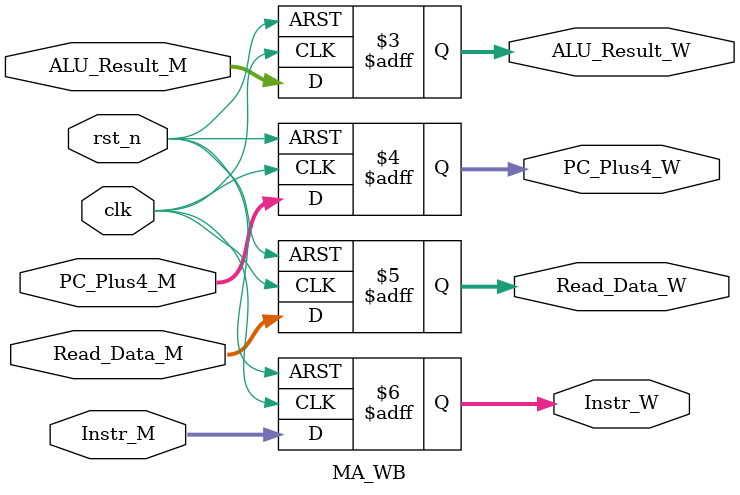
<source format=v>
module MA_WB (
  input clk, 
  input rst_n,
  input [31:0] ALU_Result_M,
  input [31:0] PC_Plus4_M,
  input [31:0] Read_Data_M,
  input [31:0] Instr_M,
  output [31:0] ALU_Result_W,
  output [31:0] PC_Plus4_W,
  output [31:0] Read_Data_W,
  output [31:0] Instr_W
);

always @( posedge clk, negedge rst_n ) begin
  if (~rst_n) begin
    ALU_Result_W <= 0;
    PC_Plus4_W <= 0;
    Read_Data_W <= 0; 
    Instr_W <= 0;
  end
  else begin
    ALU_Result_W <= ALU_Result_M;
    PC_Plus4_W <= PC_Plus4_M;
    Read_Data_W <= Read_Data_M; 
    Instr_W <= Instr_M;
  end
end

endmodule
</source>
